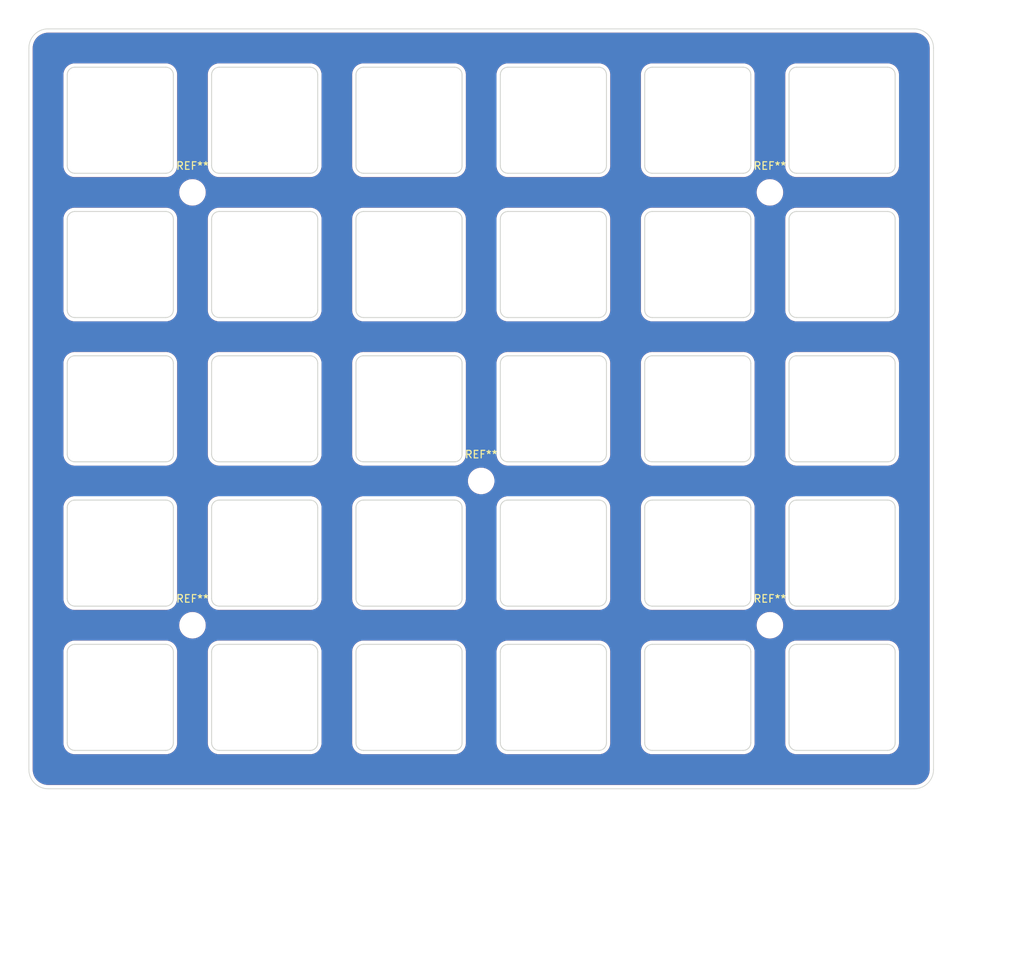
<source format=kicad_pcb>
(kicad_pcb (version 20211014) (generator pcbnew)
  (layers (0 "F.Cu" signal) (31 "B.Cu" signal) (34 "B.Paste" user) (35 "F.Paste" user) (36 "B.SilkS" user "B.Silkscreen") (37 "F.SilkS" user "F.Silkscreen") (38 "B.Mask" user) (39 "F.Mask" user) (44 "Edge.Cuts" user))
  (net 0 "")
  (footprint "Keyboard_JSA:Switch_Hole_Cutout_w_Deco" (layer "F.Cu") (at 88.9 107.95)
    (fp_text reference "REF**27" hide)
    (fp_text value "e" hide)
    (fp_line (start -7 6) (end -7 -6) (layer "Edge.Cuts") (width 0.12))
    (fp_line (start 7 6) (end 7 -6) (layer "Edge.Cuts") (width 0.12))
    (fp_line (start -6 -7) (end 6 -7) (layer "Edge.Cuts") (width 0.12))
    (fp_line (start -6 7) (end 6 7) (layer "Edge.Cuts") (width 0.12))
    (fp_arc (start 7 6) (mid 6.707107 6.707107) (end 6 7) (layer "Edge.Cuts") (width 0.12))
    (fp_arc (start -7 -6) (mid -6.707107 -6.707107) (end -6 -7) (layer "Edge.Cuts") (width 0.12))
    (fp_arc (start 6 -7) (mid 6.707107 -6.707107) (end 7 -6) (layer "Edge.Cuts") (width 0.12))
    (fp_arc (start -6 7) (mid -6.707107 6.707107) (end -7 6) (layer "Edge.Cuts") (width 0.12))
  )
  (footprint "Keyboard_JSA:Switch_Hole_Cutout_w_Deco" (layer "F.Cu") (at 50.8 88.9)
    (fp_text reference "REF**19" hide)
    (fp_text value "e" hide)
    (fp_line (start -7 6) (end -7 -6) (layer "Edge.Cuts") (width 0.12))
    (fp_line (start -6 -7) (end 6 -7) (layer "Edge.Cuts") (width 0.12))
    (fp_line (start 7 6) (end 7 -6) (layer "Edge.Cuts") (width 0.12))
    (fp_line (start -6 7) (end 6 7) (layer "Edge.Cuts") (width 0.12))
    (fp_arc (start -7 -6) (mid -6.707107 -6.707107) (end -6 -7) (layer "Edge.Cuts") (width 0.12))
    (fp_arc (start -6 7) (mid -6.707107 6.707107) (end -7 6) (layer "Edge.Cuts") (width 0.12))
    (fp_arc (start 6 -7) (mid 6.707107 -6.707107) (end 7 -6) (layer "Edge.Cuts") (width 0.12))
    (fp_arc (start 7 6) (mid 6.707107 6.707107) (end 6 7) (layer "Edge.Cuts") (width 0.12))
  )
  (footprint "Keyboard_JSA:MountingHole_2.5mm" (layer "F.Cu") (at 117.475 98.425)
    (fp_text reference "REF**" (at 0 -3.5) (layer "F.SilkS"))
    (fp_text value "MountingHole_2.5mm")
    (pad "" np_thru_hole circle (at 0 0) (size 2.5 2.5) (drill 2.5) (layers *.Cu *.Mask))
  )
  (footprint "Keyboard_JSA:Switch_Hole_Cutout_w_Deco" (layer "F.Cu") (at 107.95 50.8)
    (fp_text reference "REF**10" hide)
    (fp_text value "e" hide)
    (fp_line (start -6 -7) (end 6 -7) (layer "Edge.Cuts") (width 0.12))
    (fp_line (start 7 6) (end 7 -6) (layer "Edge.Cuts") (width 0.12))
    (fp_line (start -7 6) (end -7 -6) (layer "Edge.Cuts") (width 0.12))
    (fp_line (start -6 7) (end 6 7) (layer "Edge.Cuts") (width 0.12))
    (fp_arc (start 6 -7) (mid 6.707107 -6.707107) (end 7 -6) (layer "Edge.Cuts") (width 0.12))
    (fp_arc (start -7 -6) (mid -6.707107 -6.707107) (end -6 -7) (layer "Edge.Cuts") (width 0.12))
    (fp_arc (start 7 6) (mid 6.707107 6.707107) (end 6 7) (layer "Edge.Cuts") (width 0.12))
    (fp_arc (start -6 7) (mid -6.707107 6.707107) (end -7 6) (layer "Edge.Cuts") (width 0.12))
  )
  (footprint "Keyboard_JSA:Switch_Hole_Cutout_w_Deco" (layer "F.Cu") (at 69.85 31.75)
    (fp_text reference "REF**2" hide)
    (fp_text value "e" hide)
    (fp_line (start -6 7) (end 6 7) (layer "Edge.Cuts") (width 0.12))
    (fp_line (start 7 6) (end 7 -6) (layer "Edge.Cuts") (width 0.12))
    (fp_line (start -6 -7) (end 6 -7) (layer "Edge.Cuts") (width 0.12))
    (fp_line (start -7 6) (end -7 -6) (layer "Edge.Cuts") (width 0.12))
    (fp_arc (start 6 -7) (mid 6.707107 -6.707107) (end 7 -6) (layer "Edge.Cuts") (width 0.12))
    (fp_arc (start 7 6) (mid 6.707107 6.707107) (end 6 7) (layer "Edge.Cuts") (width 0.12))
    (fp_arc (start -7 -6) (mid -6.707107 -6.707107) (end -6 -7) (layer "Edge.Cuts") (width 0.12))
    (fp_arc (start -6 7) (mid -6.707107 6.707107) (end -7 6) (layer "Edge.Cuts") (width 0.12))
  )
  (footprint "Keyboard_JSA:Switch_Hole_Cutout_w_Deco" (layer "F.Cu") (at 88.9 31.75)
    (fp_text reference "REF**3" hide)
    (fp_text value "e" hide)
    (fp_line (start -6 7) (end 6 7) (layer "Edge.Cuts") (width 0.12))
    (fp_line (start -7 6) (end -7 -6) (layer "Edge.Cuts") (width 0.12))
    (fp_line (start -6 -7) (end 6 -7) (layer "Edge.Cuts") (width 0.12))
    (fp_line (start 7 6) (end 7 -6) (layer "Edge.Cuts") (width 0.12))
    (fp_arc (start 7 6) (mid 6.707107 6.707107) (end 6 7) (layer "Edge.Cuts") (width 0.12))
    (fp_arc (start -6 7) (mid -6.707107 6.707107) (end -7 6) (layer "Edge.Cuts") (width 0.12))
    (fp_arc (start -7 -6) (mid -6.707107 -6.707107) (end -6 -7) (layer "Edge.Cuts") (width 0.12))
    (fp_arc (start 6 -7) (mid 6.707107 -6.707107) (end 7 -6) (layer "Edge.Cuts") (width 0.12))
  )
  (footprint "Keyboard_JSA:Switch_Hole_Cutout_w_Deco" (layer "F.Cu") (at 50.8 69.85)
    (fp_text reference "REF**13" hide)
    (fp_text value "e" hide)
    (fp_line (start -7 6) (end -7 -6) (layer "Edge.Cuts") (width 0.12))
    (fp_line (start -6 -7) (end 6 -7) (layer "Edge.Cuts") (width 0.12))
    (fp_line (start 7 6) (end 7 -6) (layer "Edge.Cuts") (width 0.12))
    (fp_line (start -6 7) (end 6 7) (layer "Edge.Cuts") (width 0.12))
    (fp_arc (start -6 7) (mid -6.707107 6.707107) (end -7 6) (layer "Edge.Cuts") (width 0.12))
    (fp_arc (start -7 -6) (mid -6.707107 -6.707107) (end -6 -7) (layer "Edge.Cuts") (width 0.12))
    (fp_arc (start 6 -7) (mid 6.707107 -6.707107) (end 7 -6) (layer "Edge.Cuts") (width 0.12))
    (fp_arc (start 7 6) (mid 6.707107 6.707107) (end 6 7) (layer "Edge.Cuts") (width 0.12))
  )
  (footprint "Keyboard_JSA:Switch_Hole_Cutout_w_Deco" (layer "F.Cu") (at 127 88.9)
    (fp_text reference "REF**23" hide)
    (fp_text value "e" hide)
    (fp_line (start -6 -7) (end 6 -7) (layer "Edge.Cuts") (width 0.12))
    (fp_line (start -6 7) (end 6 7) (layer "Edge.Cuts") (width 0.12))
    (fp_line (start -7 6) (end -7 -6) (layer "Edge.Cuts") (width 0.12))
    (fp_line (start 7 6) (end 7 -6) (layer "Edge.Cuts") (width 0.12))
    (fp_arc (start -7 -6) (mid -6.707107 -6.707107) (end -6 -7) (layer "Edge.Cuts") (width 0.12))
    (fp_arc (start 7 6) (mid 6.707107 6.707107) (end 6 7) (layer "Edge.Cuts") (width 0.12))
    (fp_arc (start 6 -7) (mid 6.707107 -6.707107) (end 7 -6) (layer "Edge.Cuts") (width 0.12))
    (fp_arc (start -6 7) (mid -6.707107 6.707107) (end -7 6) (layer "Edge.Cuts") (width 0.12))
  )
  (footprint "Keyboard_JSA:Switch_Hole_Cutout_w_Deco" (layer "F.Cu") (at 31.75 50.8)
    (fp_text reference "REF**6" hide)
    (fp_text value "e" hide)
    (fp_line (start -7 6) (end -7 -6) (layer "Edge.Cuts") (width 0.12))
    (fp_line (start -6 -7) (end 6 -7) (layer "Edge.Cuts") (width 0.12))
    (fp_line (start -6 7) (end 6 7) (layer "Edge.Cuts") (width 0.12))
    (fp_line (start 7 6) (end 7 -6) (layer "Edge.Cuts") (width 0.12))
    (fp_arc (start 6 -7) (mid 6.707107 -6.707107) (end 7 -6) (layer "Edge.Cuts") (width 0.12))
    (fp_arc (start -7 -6) (mid -6.707107 -6.707107) (end -6 -7) (layer "Edge.Cuts") (width 0.12))
    (fp_arc (start 7 6) (mid 6.707107 6.707107) (end 6 7) (layer "Edge.Cuts") (width 0.12))
    (fp_arc (start -6 7) (mid -6.707107 6.707107) (end -7 6) (layer "Edge.Cuts") (width 0.12))
  )
  (footprint "Keyboard_JSA:JLC Legend" (layer "F.Cu") (at 79.375 41.275)
    (fp_text reference "REF**" hide)
    (fp_text value "JLC Legend" hide)
  )
  (footprint "Keyboard_JSA:Switch_Hole_Cutout_w_Deco" (layer "F.Cu") (at 69.85 107.95)
    (fp_text reference "REF**26" hide)
    (fp_text value "e" hide)
    (fp_line (start -6 -7) (end 6 -7) (layer "Edge.Cuts") (width 0.12))
    (fp_line (start 7 6) (end 7 -6) (layer "Edge.Cuts") (width 0.12))
    (fp_line (start -6 7) (end 6 7) (layer "Edge.Cuts") (width 0.12))
    (fp_line (start -7 6) (end -7 -6) (layer "Edge.Cuts") (width 0.12))
    (fp_arc (start -7 -6) (mid -6.707107 -6.707107) (end -6 -7) (layer "Edge.Cuts") (width 0.12))
    (fp_arc (start 7 6) (mid 6.707107 6.707107) (end 6 7) (layer "Edge.Cuts") (width 0.12))
    (fp_arc (start -6 7) (mid -6.707107 6.707107) (end -7 6) (layer "Edge.Cuts") (width 0.12))
    (fp_arc (start 6 -7) (mid 6.707107 -6.707107) (end 7 -6) (layer "Edge.Cuts") (width 0.12))
  )
  (footprint "Keyboard_JSA:Switch_Hole_Cutout_w_Deco" (layer "F.Cu") (at 107.95 88.9)
    (fp_text reference "REF**22" hide)
    (fp_text value "e" hide)
    (fp_line (start 7 6) (end 7 -6) (layer "Edge.Cuts") (width 0.12))
    (fp_line (start -7 6) (end -7 -6) (layer "Edge.Cuts") (width 0.12))
    (fp_line (start -6 7) (end 6 7) (layer "Edge.Cuts") (width 0.12))
    (fp_line (start -6 -7) (end 6 -7) (layer "Edge.Cuts") (width 0.12))
    (fp_arc (start 6 -7) (mid 6.707107 -6.707107) (end 7 -6) (layer "Edge.Cuts") (width 0.12))
    (fp_arc (start -7 -6) (mid -6.707107 -6.707107) (end -6 -7) (layer "Edge.Cuts") (width 0.12))
    (fp_arc (start -6 7) (mid -6.707107 6.707107) (end -7 6) (layer "Edge.Cuts") (width 0.12))
    (fp_arc (start 7 6) (mid 6.707107 6.707107) (end 6 7) (layer "Edge.Cuts") (width 0.12))
  )
  (footprint "Keyboard_JSA:Switch_Hole_Cutout_w_Deco" (layer "F.Cu") (at 127 69.85)
    (fp_text reference "REF**17" hide)
    (fp_text value "e" hide)
    (fp_line (start -7 6) (end -7 -6) (layer "Edge.Cuts") (width 0.12))
    (fp_line (start -6 -7) (end 6 -7) (layer "Edge.Cuts") (width 0.12))
    (fp_line (start 7 6) (end 7 -6) (layer "Edge.Cuts") (width 0.12))
    (fp_line (start -6 7) (end 6 7) (layer "Edge.Cuts") (width 0.12))
    (fp_arc (start 6 -7) (mid 6.707107 -6.707107) (end 7 -6) (layer "Edge.Cuts") (width 0.12))
    (fp_arc (start -6 7) (mid -6.707107 6.707107) (end -7 6) (layer "Edge.Cuts") (width 0.12))
    (fp_arc (start 7 6) (mid 6.707107 6.707107) (end 6 7) (layer "Edge.Cuts") (width 0.12))
    (fp_arc (start -7 -6) (mid -6.707107 -6.707107) (end -6 -7) (layer "Edge.Cuts") (width 0.12))
  )
  (footprint "Keyboard_JSA:Switch_Hole_Cutout_w_Deco" (layer "F.Cu") (at 107.95 107.95)
    (fp_text reference "REF**28" hide)
    (fp_text value "e" hide)
    (fp_line (start -6 7) (end 6 7) (layer "Edge.Cuts") (width 0.12))
    (fp_line (start -7 6) (end -7 -6) (layer "Edge.Cuts") (width 0.12))
    (fp_line (start 7 6) (end 7 -6) (layer "Edge.Cuts") (width 0.12))
    (fp_line (start -6 -7) (end 6 -7) (layer "Edge.Cuts") (width 0.12))
    (fp_arc (start 6 -7) (mid 6.707107 -6.707107) (end 7 -6) (layer "Edge.Cuts") (width 0.12))
    (fp_arc (start 7 6) (mid 6.707107 6.707107) (end 6 7) (layer "Edge.Cuts") (width 0.12))
    (fp_arc (start -7 -6) (mid -6.707107 -6.707107) (end -6 -7) (layer "Edge.Cuts") (width 0.12))
    (fp_arc (start -6 7) (mid -6.707107 6.707107) (end -7 6) (layer "Edge.Cuts") (width 0.12))
  )
  (footprint "Keyboard_JSA:Switch_Hole_Cutout_w_Deco" (layer "F.Cu") (at 69.85 50.8)
    (fp_text reference "REF**8" hide)
    (fp_text value "e" hide)
    (fp_line (start -6 7) (end 6 7) (layer "Edge.Cuts") (width 0.12))
    (fp_line (start -7 6) (end -7 -6) (layer "Edge.Cuts") (width 0.12))
    (fp_line (start -6 -7) (end 6 -7) (layer "Edge.Cuts") (width 0.12))
    (fp_line (start 7 6) (end 7 -6) (layer "Edge.Cuts") (width 0.12))
    (fp_arc (start 7 6) (mid 6.707107 6.707107) (end 6 7) (layer "Edge.Cuts") (width 0.12))
    (fp_arc (start -7 -6) (mid -6.707107 -6.707107) (end -6 -7) (layer "Edge.Cuts") (width 0.12))
    (fp_arc (start 6 -7) (mid 6.707107 -6.707107) (end 7 -6) (layer "Edge.Cuts") (width 0.12))
    (fp_arc (start -6 7) (mid -6.707107 6.707107) (end -7 6) (layer "Edge.Cuts") (width 0.12))
  )
  (footprint "Keyboard_JSA:Switch_Hole_Cutout_w_Deco" (layer "F.Cu") (at 107.95 31.75)
    (fp_text reference "REF**4" hide)
    (fp_text value "e" hide)
    (fp_line (start 7 6) (end 7 -6) (layer "Edge.Cuts") (width 0.12))
    (fp_line (start -6 -7) (end 6 -7) (layer "Edge.Cuts") (width 0.12))
    (fp_line (start -6 7) (end 6 7) (layer "Edge.Cuts") (width 0.12))
    (fp_line (start -7 6) (end -7 -6) (layer "Edge.Cuts") (width 0.12))
    (fp_arc (start -6 7) (mid -6.707107 6.707107) (end -7 6) (layer "Edge.Cuts") (width 0.12))
    (fp_arc (start 6 -7) (mid 6.707107 -6.707107) (end 7 -6) (layer "Edge.Cuts") (width 0.12))
    (fp_arc (start 7 6) (mid 6.707107 6.707107) (end 6 7) (layer "Edge.Cuts") (width 0.12))
    (fp_arc (start -7 -6) (mid -6.707107 -6.707107) (end -6 -7) (layer "Edge.Cuts") (width 0.12))
  )
  (footprint "Keyboard_JSA:Switch_Hole_Cutout_w_Deco" (layer "F.Cu") (at 69.85 88.9)
    (fp_text reference "REF**20" hide)
    (fp_text value "e" hide)
    (fp_line (start 7 6) (end 7 -6) (layer "Edge.Cuts") (width 0.12))
    (fp_line (start -6 7) (end 6 7) (layer "Edge.Cuts") (width 0.12))
    (fp_line (start -6 -7) (end 6 -7) (layer "Edge.Cuts") (width 0.12))
    (fp_line (start -7 6) (end -7 -6) (layer "Edge.Cuts") (width 0.12))
    (fp_arc (start 6 -7) (mid 6.707107 -6.707107) (end 7 -6) (layer "Edge.Cuts") (width 0.12))
    (fp_arc (start -7 -6) (mid -6.707107 -6.707107) (end -6 -7) (layer "Edge.Cuts") (width 0.12))
    (fp_arc (start -6 7) (mid -6.707107 6.707107) (end -7 6) (layer "Edge.Cuts") (width 0.12))
    (fp_arc (start 7 6) (mid 6.707107 6.707107) (end 6 7) (layer "Edge.Cuts") (width 0.12))
  )
  (footprint "Keyboard_JSA:MountingHole_2.5mm" (layer "F.Cu") (at 41.275 41.275)
    (fp_text reference "REF**" (at 0 -3.5) (layer "F.SilkS"))
    (fp_text value "MountingHole_2.5mm")
    (pad "" np_thru_hole circle (at 0 0) (size 2.5 2.5) (drill 2.5) (layers *.Cu *.Mask))
  )
  (footprint "Keyboard_JSA:Switch_Hole_Cutout_w_Deco" (layer "F.Cu") (at 127 107.95)
    (fp_text reference "REF**29" hide)
    (fp_text value "e" hide)
    (fp_line (start -7 6) (end -7 -6) (layer "Edge.Cuts") (width 0.12))
    (fp_line (start 7 6) (end 7 -6) (layer "Edge.Cuts") (width 0.12))
    (fp_line (start -6 -7) (end 6 -7) (layer "Edge.Cuts") (width 0.12))
    (fp_line (start -6 7) (end 6 7) (layer "Edge.Cuts") (width 0.12))
    (fp_arc (start 6 -7) (mid 6.707107 -6.707107) (end 7 -6) (layer "Edge.Cuts") (width 0.12))
    (fp_arc (start -7 -6) (mid -6.707107 -6.707107) (end -6 -7) (layer "Edge.Cuts") (width 0.12))
    (fp_arc (start -6 7) (mid -6.707107 6.707107) (end -7 6) (layer "Edge.Cuts") (width 0.12))
    (fp_arc (start 7 6) (mid 6.707107 6.707107) (end 6 7) (layer "Edge.Cuts") (width 0.12))
  )
  (footprint "Keyboard_JSA:Switch_Hole_Cutout_w_Deco" (layer "F.Cu") (at 127 31.75)
    (fp_text reference "REF**5" hide)
    (fp_text value "e" hide)
    (fp_line (start 7 6) (end 7 -6) (layer "Edge.Cuts") (width 0.12))
    (fp_line (start -7 6) (end -7 -6) (layer "Edge.Cuts") (width 0.12))
    (fp_line (start -6 7) (end 6 7) (layer "Edge.Cuts") (width 0.12))
    (fp_line (start -6 -7) (end 6 -7) (layer "Edge.Cuts") (width 0.12))
    (fp_arc (start -6 7) (mid -6.707107 6.707107) (end -7 6) (layer "Edge.Cuts") (width 0.12))
    (fp_arc (start -7 -6) (mid -6.707107 -6.707107) (end -6 -7) (layer "Edge.Cuts") (width 0.12))
    (fp_arc (start 6 -7) (mid 6.707107 -6.707107) (end 7 -6) (layer "Edge.Cuts") (width 0.12))
    (fp_arc (start 7 6) (mid 6.707107 6.707107) (end 6 7) (layer "Edge.Cuts") (width 0.12))
  )
  (footprint "Keyboard_JSA:Switch_Hole_Cutout_w_Deco" (layer "F.Cu") (at 107.95 69.85)
    (fp_text reference "REF**16" hide)
    (fp_text value "e" hide)
    (fp_line (start -6 -7) (end 6 -7) (layer "Edge.Cuts") (width 0.12))
    (fp_line (start -7 6) (end -7 -6) (layer "Edge.Cuts") (width 0.12))
    (fp_line (start 7 6) (end 7 -6) (layer "Edge.Cuts") (width 0.12))
    (fp_line (start -6 7) (end 6 7) (layer "Edge.Cuts") (width 0.12))
    (fp_arc (start -7 -6) (mid -6.707107 -6.707107) (end -6 -7) (layer "Edge.Cuts") (width 0.12))
    (fp_arc (start 7 6) (mid 6.707107 6.707107) (end 6 7) (layer "Edge.Cuts") (width 0.12))
    (fp_arc (start 6 -7) (mid 6.707107 -6.707107) (end 7 -6) (layer "Edge.Cuts") (width 0.12))
    (fp_arc (start -6 7) (mid -6.707107 6.707107) (end -7 6) (layer "Edge.Cuts") (width 0.12))
  )
  (footprint "Keyboard_JSA:MountingHole_2.5mm" (layer "F.Cu") (at 79.375 79.375)
    (fp_text reference "REF**" (at 0 -3.5) (layer "F.SilkS"))
    (fp_text value "MountingHole_2.5mm")
    (pad "" np_thru_hole circle (at 0 0) (size 2.5 2.5) (drill 2.5) (layers *.Cu *.Mask))
  )
  (footprint "Keyboard_JSA:Switch_Hole_Cutout_w_Deco" (layer "F.Cu") (at 31.75 69.85)
    (fp_text reference "REF**12" hide)
    (fp_text value "e" hide)
    (fp_line (start -7 6) (end -7 -6) (layer "Edge.Cuts") (width 0.12))
    (fp_line (start -6 -7) (end 6 -7) (layer "Edge.Cuts") (width 0.12))
    (fp_line (start 7 6) (end 7 -6) (layer "Edge.Cuts") (width 0.12))
    (fp_line (start -6 7) (end 6 7) (layer "Edge.Cuts") (width 0.12))
    (fp_arc (start 6 -7) (mid 6.707107 -6.707107) (end 7 -6) (layer "Edge.Cuts") (width 0.12))
    (fp_arc (start 7 6) (mid 6.707107 6.707107) (end 6 7) (layer "Edge.Cuts") (width 0.12))
    (fp_arc (start -7 -6) (mid -6.707107 -6.707107) (end -6 -7) (layer "Edge.Cuts") (width 0.12))
    (fp_arc (start -6 7) (mid -6.707107 6.707107) (end -7 6) (layer "Edge.Cuts") (width 0.12))
  )
  (footprint "Keyboard_JSA:Switch_Hole_Cutout_w_Deco" (layer "F.Cu") (at 88.9 69.85)
    (fp_text reference "REF**15" hide)
    (fp_text value "e" hide)
    (fp_line (start -6 7) (end 6 7) (layer "Edge.Cuts") (width 0.12))
    (fp_line (start -7 6) (end -7 -6) (layer "Edge.Cuts") (width 0.12))
    (fp_line (start -6 -7) (end 6 -7) (layer "Edge.Cuts") (width 0.12))
    (fp_line (start 7 6) (end 7 -6) (layer "Edge.Cuts") (width 0.12))
    (fp_arc (start 7 6) (mid 6.707107 6.707107) (end 6 7) (layer "Edge.Cuts") (width 0.12))
    (fp_arc (start -7 -6) (mid -6.707107 -6.707107) (end -6 -7) (layer "Edge.Cuts") (width 0.12))
    (fp_arc (start -6 7) (mid -6.707107 6.707107) (end -7 6) (layer "Edge.Cuts") (width 0.12))
    (fp_arc (start 6 -7) (mid 6.707107 -6.707107) (end 7 -6) (layer "Edge.Cuts") (width 0.12))
  )
  (footprint "Keyboard_JSA:Switch_Hole_Cutout_w_Deco" (layer "F.Cu") (at 127 50.8)
    (fp_text reference "REF**11" hide)
    (fp_text value "e" hide)
    (fp_line (start -7 6) (end -7 -6) (layer "Edge.Cuts") (width 0.12))
    (fp_line (start 7 6) (end 7 -6) (layer "Edge.Cuts") (width 0.12))
    (fp_line (start -6 -7) (end 6 -7) (layer "Edge.Cuts") (width 0.12))
    (fp_line (start -6 7) (end 6 7) (layer "Edge.Cuts") (width 0.12))
    (fp_arc (start 7 6) (mid 6.707107 6.707107) (end 6 7) (layer "Edge.Cuts") (width 0.12))
    (fp_arc (start 6 -7) (mid 6.707107 -6.707107) (end 7 -6) (layer "Edge.Cuts") (width 0.12))
    (fp_arc (start -7 -6) (mid -6.707107 -6.707107) (end -6 -7) (layer "Edge.Cuts") (width 0.12))
    (fp_arc (start -6 7) (mid -6.707107 6.707107) (end -7 6) (layer "Edge.Cuts") (width 0.12))
  )
  (footprint "Keyboard_JSA:Switch_Hole_Cutout_w_Deco" (layer "F.Cu") (at 69.85 69.85)
    (fp_text reference "REF**14" hide)
    (fp_text value "e" hide)
    (fp_line (start -6 7) (end 6 7) (layer "Edge.Cuts") (width 0.12))
    (fp_line (start -7 6) (end -7 -6) (layer "Edge.Cuts") (width 0.12))
    (fp_line (start -6 -7) (end 6 -7) (layer "Edge.Cuts") (width 0.12))
    (fp_line (start 7 6) (end 7 -6) (layer "Edge.Cuts") (width 0.12))
    (fp_arc (start 6 -7) (mid 6.707107 -6.707107) (end 7 -6) (layer "Edge.Cuts") (width 0.12))
    (fp_arc (start -6 7) (mid -6.707107 6.707107) (end -7 6) (layer "Edge.Cuts") (width 0.12))
    (fp_arc (start -7 -6) (mid -6.707107 -6.707107) (end -6 -7) (layer "Edge.Cuts") (width 0.12))
    (fp_arc (start 7 6) (mid 6.707107 6.707107) (end 6 7) (layer "Edge.Cuts") (width 0.12))
  )
  (footprint "Keyboard_JSA:Switch_Hole_Cutout_w_Deco" (layer "F.Cu") (at 50.8 50.8)
    (fp_text reference "REF**7" hide)
    (fp_text value "e" hide)
    (fp_line (start 7 6) (end 7 -6) (layer "Edge.Cuts") (width 0.12))
    (fp_line (start -7 6) (end -7 -6) (layer "Edge.Cuts") (width 0.12))
    (fp_line (start -6 7) (end 6 7) (layer "Edge.Cuts") (width 0.12))
    (fp_line (start -6 -7) (end 6 -7) (layer "Edge.Cuts") (width 0.12))
    (fp_arc (start 6 -7) (mid 6.707107 -6.707107) (end 7 -6) (layer "Edge.Cuts") (width 0.12))
    (fp_arc (start -6 7) (mid -6.707107 6.707107) (end -7 6) (layer "Edge.Cuts") (width 0.12))
    (fp_arc (start 7 6) (mid 6.707107 6.707107) (end 6 7) (layer "Edge.Cuts") (width 0.12))
    (fp_arc (start -7 -6) (mid -6.707107 -6.707107) (end -6 -7) (layer "Edge.Cuts") (width 0.12))
  )
  (footprint "Keyboard_JSA:Switch_Hole_Cutout_w_Deco" (layer "F.Cu") (at 88.9 88.9)
    (fp_text reference "REF**21" hide)
    (fp_text value "e" hide)
    (fp_line (start -6 -7) (end 6 -7) (layer "Edge.Cuts") (width 0.12))
    (fp_line (start -6 7) (end 6 7) (layer "Edge.Cuts") (width 0.12))
    (fp_line (start 7 6) (end 7 -6) (layer "Edge.Cuts") (width 0.12))
    (fp_line (start -7 6) (end -7 -6) (layer "Edge.Cuts") (width 0.12))
    (fp_arc (start 7 6) (mid 6.707107 6.707107) (end 6 7) (layer "Edge.Cuts") (width 0.12))
    (fp_arc (start -6 7) (mid -6.707107 6.707107) (end -7 6) (layer "Edge.Cuts") (width 0.12))
    (fp_arc (start 6 -7) (mid 6.707107 -6.707107) (end 7 -6) (layer "Edge.Cuts") (width 0.12))
    (fp_arc (start -7 -6) (mid -6.707107 -6.707107) (end -6 -7) (layer "Edge.Cuts") (width 0.12))
  )
  (footprint "Keyboard_JSA:MountingHole_2.5mm" (layer "F.Cu") (at 117.475 41.275)
    (fp_text reference "REF**" (at 0 -3.5) (layer "F.SilkS"))
    (fp_text value "MountingHole_2.5mm")
    (pad "" np_thru_hole circle (at 0 0) (size 2.5 2.5) (drill 2.5) (layers *.Cu *.Mask))
  )
  (footprint "Keyboard_JSA:MountingHole_2.5mm" (layer "F.Cu") (at 41.275 98.425)
    (fp_text reference "REF**" (at 0 -3.5) (layer "F.SilkS"))
    (fp_text value "MountingHole_2.5mm")
    (pad "" np_thru_hole circle (at 0 0) (size 2.5 2.5) (drill 2.5) (layers *.Cu *.Mask))
  )
  (footprint "Keyboard_JSA:Switch_Hole_Cutout_w_Deco" (layer "F.Cu") (at 88.9 50.8)
    (fp_text reference "REF**9" hide)
    (fp_text value "e" hide)
    (fp_line (start -7 6) (end -7 -6) (layer "Edge.Cuts") (width 0.12))
    (fp_line (start -6 7) (end 6 7) (layer "Edge.Cuts") (width 0.12))
    (fp_line (start 7 6) (end 7 -6) (layer "Edge.Cuts") (width 0.12))
    (fp_line (start -6 -7) (end 6 -7) (layer "Edge.Cuts") (width 0.12))
    (fp_arc (start -7 -6) (mid -6.707107 -6.707107) (end -6 -7) (layer "Edge.Cuts") (width 0.12))
    (fp_arc (start 7 6) (mid 6.707107 6.707107) (end 6 7) (layer "Edge.Cuts") (width 0.12))
    (fp_arc (start 6 -7) (mid 6.707107 -6.707107) (end 7 -6) (layer "Edge.Cuts") (width 0.12))
    (fp_arc (start -6 7) (mid -6.707107 6.707107) (end -7 6) (layer "Edge.Cuts") (width 0.12))
  )
  (footprint "Keyboard_JSA:Switch_Hole_Cutout_w_Deco" (layer "F.Cu") (at 50.8 31.75)
    (fp_text reference "REF**1" hide)
    (fp_text value "e" hide)
    (fp_line (start 7 6) (end 7 -6) (layer "Edge.Cuts") (width 0.12))
    (fp_line (start -6 -7) (end 6 -7) (layer "Edge.Cuts") (width 0.12))
    (fp_line (start -7 6) (end -7 -6) (layer "Edge.Cuts") (width 0.12))
    (fp_line (start -6 7) (end 6 7) (layer "Edge.Cuts") (width 0.12))
    (fp_arc (start -7 -6) (mid -6.707107 -6.707107) (end -6 -7) (layer "Edge.Cuts") (width 0.12))
    (fp_arc (start 6 -7) (mid 6.707107 -6.707107) (end 7 -6) (layer "Edge.Cuts") (width 0.12))
    (fp_arc (start 7 6) (mid 6.707107 6.707107) (end 6 7) (layer "Edge.Cuts") (width 0.12))
    (fp_arc (start -6 7) (mid -6.707107 6.707107) (end -7 6) (layer "Edge.Cuts") (width 0.12))
  )
  (footprint "Keyboard_JSA:Switch_Hole_Cutout_w_Deco" (layer "F.Cu") (at 31.75 31.75)
    (fp_text reference "REF**" hide)
    (fp_text value "e" hide)
    (fp_line (start -6 7) (end 6 7) (layer "Edge.Cuts") (width 0.12))
    (fp_line (start -7 6) (end -7 -6) (layer "Edge.Cuts") (width 0.12))
    (fp_line (start 7 6) (end 7 -6) (layer "Edge.Cuts") (width 0.12))
    (fp_line (start -6 -7) (end 6 -7) (layer "Edge.Cuts") (width 0.12))
    (fp_arc (start -6 7) (mid -6.707107 6.707107) (end -7 6) (layer "Edge.Cuts") (width 0.12))
    (fp_arc (start 6 -7) (mid 6.707107 -6.707107) (end 7 -6) (layer "Edge.Cuts") (width 0.12))
    (fp_arc (start 7 6) (mid 6.707107 6.707107) (end 6 7) (layer "Edge.Cuts") (width 0.12))
    (fp_arc (start -7 -6) (mid -6.707107 -6.707107) (end -6 -7) (layer "Edge.Cuts") (width 0.12))
  )
  (footprint "Keyboard_JSA:Switch_Hole_Cutout_w_Deco" (layer "F.Cu") (at 31.75 88.9)
    (fp_text reference "REF**18" hide)
    (fp_text value "e" hide)
    (fp_line (start -7 6) (end -7 -6) (layer "Edge.Cuts") (width 0.12))
    (fp_line (start -6 -7) (end 6 -7) (layer "Edge.Cuts") (width 0.12))
    (fp_line (start 7 6) (end 7 -6) (layer "Edge.Cuts") (width 0.12))
    (fp_line (start -6 7) (end 6 7) (layer "Edge.Cuts") (width 0.12))
    (fp_arc (start 7 6) (mid 6.707107 6.707107) (end 6 7) (layer "Edge.Cuts") (width 0.12))
    (fp_arc (start 6 -7) (mid 6.707107 -6.707107) (end 7 -6) (layer "Edge.Cuts") (width 0.12))
    (fp_arc (start -6 7) (mid -6.707107 6.707107) (end -7 6) (layer "Edge.Cuts") (width 0.12))
    (fp_arc (start -7 -6) (mid -6.707107 -6.707107) (end -6 -7) (layer "Edge.Cuts") (width 0.12))
  )
  (footprint "Keyboard_JSA:Switch_Hole_Cutout_w_Deco" (layer "F.Cu") (at 31.75 107.95)
    (fp_text reference "REF**24" hide)
    (fp_text value "e" hide)
    (fp_line (start -7 6) (end -7 -6) (layer "Edge.Cuts") (width 0.12))
    (fp_line (start -6 7) (end 6 7) (layer "Edge.Cuts") (width 0.12))
    (fp_line (start -6 -7) (end 6 -7) (layer "Edge.Cuts") (width 0.12))
    (fp_line (start 7 6) (end 7 -6) (layer "Edge.Cuts") (width 0.12))
    (fp_arc (start 6 -7) (mid 6.707107 -6.707107) (end 7 -6) (layer "Edge.Cuts") (width 0.12))
    (fp_arc (start -7 -6) (mid -6.707107 -6.707107) (end -6 -7) (layer "Edge.Cuts") (width 0.12))
    (fp_arc (start -6 7) (mid -6.707107 6.707107) (end -7 6) (layer "Edge.Cuts") (width 0.12))
    (fp_arc (start 7 6) (mid 6.707107 6.707107) (end 6 7) (layer "Edge.Cuts") (width 0.12))
  )
  (footprint "Keyboard_JSA:Switch_Hole_Cutout_w_Deco" (layer "F.Cu") (at 50.8 107.95)
    (fp_text reference "REF**25" hide)
    (fp_text value "e" hide)
    (fp_line (start 7 6) (end 7 -6) (layer "Edge.Cuts") (width 0.12))
    (fp_line (start -7 6) (end -7 -6) (layer "Edge.Cuts") (width 0.12))
    (fp_line (start -6 -7) (end 6 -7) (layer "Edge.Cuts") (width 0.12))
    (fp_line (start -6 7) (end 6 7) (layer "Edge.Cuts") (width 0.12))
    (fp_arc (start 6 -7) (mid 6.707107 -6.707107) (end 7 -6) (layer "Edge.Cuts") (width 0.12))
    (fp_arc (start 7 6) (mid 6.707107 6.707107) (end 6 7) (layer "Edge.Cuts") (width 0.12))
    (fp_arc (start -6 7) (mid -6.707107 6.707107) (end -7 6) (layer "Edge.Cuts") (width 0.12))
    (fp_arc (start -7 -6) (mid -6.707107 -6.707107) (end -6 -7) (layer "Edge.Cuts") (width 0.12))
  )
  (gr_line (start 19.685 117.475) (end 19.685 22.225) (layer "Edge.Cuts") (width 0.1))
  (gr_line (start 22.225 19.685) (end 136.525 19.685) (layer "Edge.Cuts") (width 0.1))
  (gr_line (start 136.525 120.015) (end 22.225 120.015) (layer "Edge.Cuts") (width 0.1))
  (gr_arc (start 19.685 22.225) (mid 20.428949 20.428949) (end 22.225 19.685) (layer "Edge.Cuts") (width 0.1))
  (gr_arc (start 139.065 117.475) (mid 138.321051 119.271051) (end 136.525 120.015) (layer "Edge.Cuts") (width 0.1))
  (gr_arc (start 136.525 19.685) (mid 138.321051 20.428949) (end 139.065 22.225) (layer "Edge.Cuts") (width 0.1))
  (gr_line (start 139.065 22.225) (end 139.065 117.475) (layer "Edge.Cuts") (width 0.1))
  (gr_arc (start 22.225 120.015) (mid 20.428949 119.271051) (end 19.685 117.475) (layer "Edge.Cuts") (width 0.1))
  (zone (net 0) (net_name "") (layers F&B.Cu) (connect_pads (clearance 0.508)) (min_thickness 0.254) (fill yes (thermal_gap 0.508) (thermal_bridge_width 0.508))
    (polygon (pts (xy 142.875 142.875) (xy 15.875 142.875) (xy 15.875 15.875) (xy 142.875 15.875)))
  )
)
</source>
